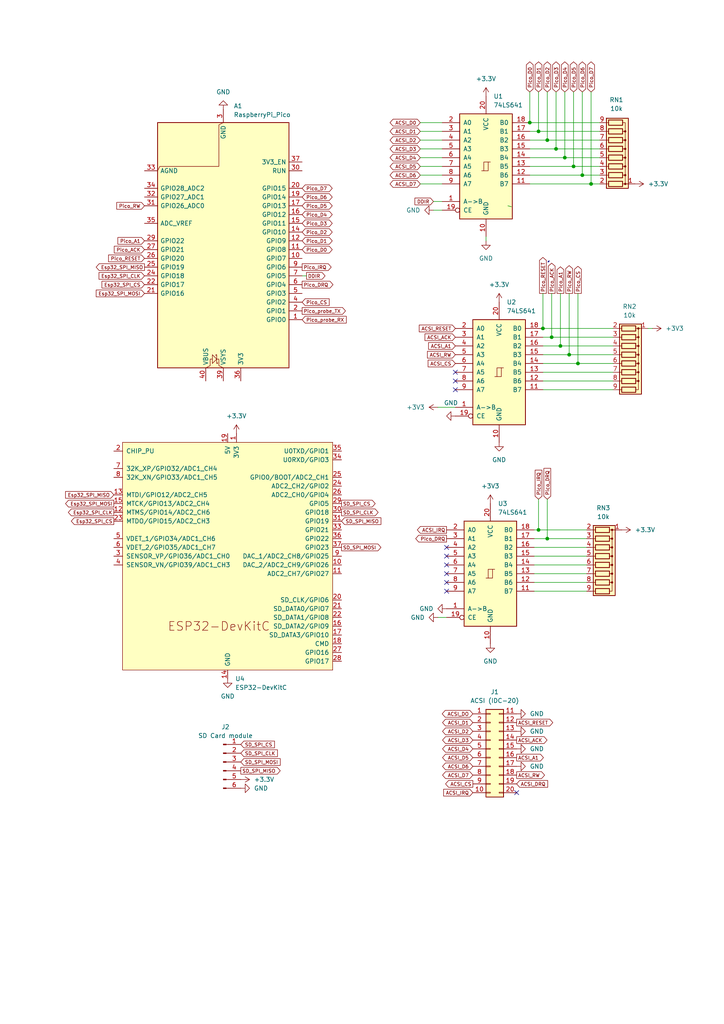
<source format=kicad_sch>
(kicad_sch (version 20231120) (generator "eeschema") (generator_version "8.0")
  (paper "A4" portrait)
  (title_block (title "Fujinet Atari 16 bit rev0") (date "2024-10-13") (rev "0"))
  (lib_symbols
    (symbol "74xx:74LS245" (pin_names (offset 1.016))
      (property "Reference" "U" (at -7.62 16.51 0))
      (property "Value" "74LS245" (at -7.62 -16.51 0))
      (symbol "74LS245_1_0"
        (polyline (pts (xy -0.635 -1.27) (xy -0.635 1.27) (xy 0.635 1.27)))
        (polyline (pts (xy -1.27 -1.27) (xy 0.635 -1.27) (xy 0.635 1.27) (xy 1.27 1.27)))
        (pin input line (at -12.7 -10.16 0) (length 5.08) (name "A->B") (number "1"))
        (pin power_in line (at 0 -20.32 90) (length 5.08) (name "GND") (number "10"))
        (pin tri_state line (at 12.7 -5.08 180) (length 5.08) (name "B7") (number "11"))
        (pin tri_state line (at 12.7 -2.54 180) (length 5.08) (name "B6") (number "12"))
        (pin tri_state line (at 12.7 0 180) (length 5.08) (name "B5") (number "13"))
        (pin tri_state line (at 12.7 2.54 180) (length 5.08) (name "B4") (number "14"))
        (pin tri_state line (at 12.7 5.08 180) (length 5.08) (name "B3") (number "15"))
        (pin tri_state line (at 12.7 7.62 180) (length 5.08) (name "B2") (number "16"))
        (pin tri_state line (at 12.7 10.16 180) (length 5.08) (name "B1") (number "17"))
        (pin tri_state line (at 12.7 12.7 180) (length 5.08) (name "B0") (number "18"))
        (pin input inverted (at -12.7 -12.7 0) (length 5.08) (name "CE") (number "19"))
        (pin tri_state line (at -12.7 12.7 0) (length 5.08) (name "A0") (number "2"))
        (pin power_in line (at 0 20.32 270) (length 5.08) (name "VCC") (number "20"))
        (pin tri_state line (at -12.7 10.16 0) (length 5.08) (name "A1") (number "3"))
        (pin tri_state line (at -12.7 7.62 0) (length 5.08) (name "A2") (number "4"))
        (pin tri_state line (at -12.7 5.08 0) (length 5.08) (name "A3") (number "5"))
        (pin tri_state line (at -12.7 2.54 0) (length 5.08) (name "A4") (number "6"))
        (pin tri_state line (at -12.7 0 0) (length 5.08) (name "A5") (number "7"))
        (pin tri_state line (at -12.7 -2.54 0) (length 5.08) (name "A6") (number "8"))
        (pin tri_state line (at -12.7 -5.08 0) (length 5.08) (name "A7") (number "9"))
      )
      (symbol "74LS245_1_1"
        (rectangle (start -7.62 15.24) (end 7.62 -15.24) (stroke (width 0.254)) (fill (type background)))
      )
    )
    (symbol "Connector:Conn_01x06_Pin" (pin_names (offset 1.016) hide)
      (property "Reference" "J" (at 0 7.62 0))
      (property "Value" "Conn_01x06_Pin" (at 0 -10.16 0))
      (symbol "Conn_01x06_Pin_1_1"
        (polyline (pts (xy 1.27 -7.62) (xy 0.8636 -7.62)) (stroke (width 0.1524)))
        (polyline (pts (xy 1.27 -5.08) (xy 0.8636 -5.08)) (stroke (width 0.1524)))
        (polyline (pts (xy 1.27 -2.54) (xy 0.8636 -2.54)) (stroke (width 0.1524)))
        (polyline (pts (xy 1.27 0) (xy 0.8636 0)) (stroke (width 0.1524)))
        (polyline (pts (xy 1.27 2.54) (xy 0.8636 2.54)) (stroke (width 0.1524)))
        (polyline (pts (xy 1.27 5.08) (xy 0.8636 5.08)) (stroke (width 0.1524)))
        (rectangle (start 0.8636 -7.493) (end 0 -7.747) (stroke (width 0.1524)) (fill (type outline)))
        (rectangle (start 0.8636 -4.953) (end 0 -5.207) (stroke (width 0.1524)) (fill (type outline)))
        (rectangle (start 0.8636 -2.413) (end 0 -2.667) (stroke (width 0.1524)) (fill (type outline)))
        (rectangle (start 0.8636 0.127) (end 0 -0.127) (stroke (width 0.1524)) (fill (type outline)))
        (rectangle (start 0.8636 2.667) (end 0 2.413) (stroke (width 0.1524)) (fill (type outline)))
        (rectangle (start 0.8636 5.207) (end 0 4.953) (stroke (width 0.1524)) (fill (type outline)))
        (pin passive line (at 5.08 5.08 180) (length 3.81) (name "Pin_1") (number "1"))
        (pin passive line (at 5.08 2.54 180) (length 3.81) (name "Pin_2") (number "2"))
        (pin passive line (at 5.08 0 180) (length 3.81) (name "Pin_3") (number "3"))
        (pin passive line (at 5.08 -2.54 180) (length 3.81) (name "Pin_4") (number "4"))
        (pin passive line (at 5.08 -5.08 180) (length 3.81) (name "Pin_5") (number "5"))
        (pin passive line (at 5.08 -7.62 180) (length 3.81) (name "Pin_6") (number "6"))
      )
    )
    (symbol "Connector_Generic:Conn_02x10_Top_Bottom" (pin_names (offset 1.016) hide)
      (property "Reference" "J" (at 1.27 12.7 0))
      (property "Value" "Conn_02x10_Top_Bottom" (at 1.27 -15.24 0))
      (symbol "Conn_02x10_Top_Bottom_1_1"
        (rectangle (start -1.27 -12.573) (end 0 -12.827) (stroke (width 0.1524)))
        (rectangle (start -1.27 -10.033) (end 0 -10.287) (stroke (width 0.1524)))
        (rectangle (start -1.27 -7.493) (end 0 -7.747) (stroke (width 0.1524)))
        (rectangle (start -1.27 -4.953) (end 0 -5.207) (stroke (width 0.1524)))
        (rectangle (start -1.27 -2.413) (end 0 -2.667) (stroke (width 0.1524)))
        (rectangle (start -1.27 0.127) (end 0 -0.127) (stroke (width 0.1524)))
        (rectangle (start -1.27 2.667) (end 0 2.413) (stroke (width 0.1524)))
        (rectangle (start -1.27 5.207) (end 0 4.953) (stroke (width 0.1524)))
        (rectangle (start -1.27 7.747) (end 0 7.493) (stroke (width 0.1524)))
        (rectangle (start -1.27 10.287) (end 0 10.033) (stroke (width 0.1524)))
        (rectangle (start -1.27 11.43) (end 3.81 -13.97) (stroke (width 0.254)) (fill (type background)))
        (rectangle (start 3.81 -12.573) (end 2.54 -12.827) (stroke (width 0.1524)))
        (rectangle (start 3.81 -10.033) (end 2.54 -10.287) (stroke (width 0.1524)))
        (rectangle (start 3.81 -7.493) (end 2.54 -7.747) (stroke (width 0.1524)))
        (rectangle (start 3.81 -4.953) (end 2.54 -5.207) (stroke (width 0.1524)))
        (rectangle (start 3.81 -2.413) (end 2.54 -2.667) (stroke (width 0.1524)))
        (rectangle (start 3.81 0.127) (end 2.54 -0.127) (stroke (width 0.1524)))
        (rectangle (start 3.81 2.667) (end 2.54 2.413) (stroke (width 0.1524)))
        (rectangle (start 3.81 5.207) (end 2.54 4.953) (stroke (width 0.1524)))
        (rectangle (start 3.81 7.747) (end 2.54 7.493) (stroke (width 0.1524)))
        (rectangle (start 3.81 10.287) (end 2.54 10.033) (stroke (width 0.1524)))
        (pin passive line (at -5.08 10.16 0) (length 3.81) (name "Pin_1") (number "1"))
        (pin passive line (at -5.08 -12.7 0) (length 3.81) (name "Pin_10") (number "10"))
        (pin passive line (at 7.62 10.16 180) (length 3.81) (name "Pin_11") (number "11"))
        (pin passive line (at 7.62 7.62 180) (length 3.81) (name "Pin_12") (number "12"))
        (pin passive line (at 7.62 5.08 180) (length 3.81) (name "Pin_13") (number "13"))
        (pin passive line (at 7.62 2.54 180) (length 3.81) (name "Pin_14") (number "14"))
        (pin passive line (at 7.62 0 180) (length 3.81) (name "Pin_15") (number "15"))
        (pin passive line (at 7.62 -2.54 180) (length 3.81) (name "Pin_16") (number "16"))
        (pin passive line (at 7.62 -5.08 180) (length 3.81) (name "Pin_17") (number "17"))
        (pin passive line (at 7.62 -7.62 180) (length 3.81) (name "Pin_18") (number "18"))
        (pin passive line (at 7.62 -10.16 180) (length 3.81) (name "Pin_19") (number "19"))
        (pin passive line (at -5.08 7.62 0) (length 3.81) (name "Pin_2") (number "2"))
        (pin passive line (at 7.62 -12.7 180) (length 3.81) (name "Pin_20") (number "20"))
        (pin passive line (at -5.08 5.08 0) (length 3.81) (name "Pin_3") (number "3"))
        (pin passive line (at -5.08 2.54 0) (length 3.81) (name "Pin_4") (number "4"))
        (pin passive line (at -5.08 0 0) (length 3.81) (name "Pin_5") (number "5"))
        (pin passive line (at -5.08 -2.54 0) (length 3.81) (name "Pin_6") (number "6"))
        (pin passive line (at -5.08 -5.08 0) (length 3.81) (name "Pin_7") (number "7"))
        (pin passive line (at -5.08 -7.62 0) (length 3.81) (name "Pin_8") (number "8"))
        (pin passive line (at -5.08 -10.16 0) (length 3.81) (name "Pin_9") (number "9"))
      )
    )
    (symbol "Device:R_Network08" (pin_names (offset 0) hide)
      (property "Reference" "RN" (at -12.7 0 90))
      (property "Value" "R_Network08" (at 10.16 0 90))
      (symbol "R_Network08_0_1"
        (rectangle (start -11.43 -3.175) (end 8.89 3.175) (stroke (width 0.254)) (fill (type background)))
        (rectangle (start -10.922 1.524) (end -9.398 -2.54) (stroke (width 0.254)))
        (circle (center -10.16 2.286) (radius 0.254) (fill (type outline)))
        (rectangle (start -8.382 1.524) (end -6.858 -2.54) (stroke (width 0.254)))
        (circle (center -7.62 2.286) (radius 0.254) (fill (type outline)))
        (rectangle (start -5.842 1.524) (end -4.318 -2.54) (stroke (width 0.254)))
        (circle (center -5.08 2.286) (radius 0.254) (fill (type outline)))
        (rectangle (start -3.302 1.524) (end -1.778 -2.54) (stroke (width 0.254)))
        (circle (center -2.54 2.286) (radius 0.254) (fill (type outline)))
        (rectangle (start -0.762 1.524) (end 0.762 -2.54) (stroke (width 0.254)))
        (polyline (pts (xy -10.16 -2.54) (xy -10.16 -3.81)))
        (polyline (pts (xy -7.62 -2.54) (xy -7.62 -3.81)))
        (polyline (pts (xy -5.08 -2.54) (xy -5.08 -3.81)))
        (polyline (pts (xy -2.54 -2.54) (xy -2.54 -3.81)))
        (polyline (pts (xy 0 -2.54) (xy 0 -3.81)))
        (polyline (pts (xy 2.54 -2.54) (xy 2.54 -3.81)))
        (polyline (pts (xy 5.08 -2.54) (xy 5.08 -3.81)))
        (polyline (pts (xy 7.62 -2.54) (xy 7.62 -3.81)))
        (polyline (pts (xy -10.16 1.524) (xy -10.16 2.286) (xy -7.62 2.286) (xy -7.62 1.524)))
        (polyline (pts (xy -7.62 1.524) (xy -7.62 2.286) (xy -5.08 2.286) (xy -5.08 1.524)))
        (polyline (pts (xy -5.08 1.524) (xy -5.08 2.286) (xy -2.54 2.286) (xy -2.54 1.524)))
        (polyline (pts (xy -2.54 1.524) (xy -2.54 2.286) (xy 0 2.286) (xy 0 1.524)))
        (polyline (pts (xy 0 1.524) (xy 0 2.286) (xy 2.54 2.286) (xy 2.54 1.524)))
        (polyline (pts (xy 2.54 1.524) (xy 2.54 2.286) (xy 5.08 2.286) (xy 5.08 1.524)))
        (polyline (pts (xy 5.08 1.524) (xy 5.08 2.286) (xy 7.62 2.286) (xy 7.62 1.524)))
        (circle (center 0 2.286) (radius 0.254) (fill (type outline)))
        (rectangle (start 1.778 1.524) (end 3.302 -2.54) (stroke (width 0.254)))
        (circle (center 2.54 2.286) (radius 0.254) (fill (type outline)))
        (rectangle (start 4.318 1.524) (end 5.842 -2.54) (stroke (width 0.254)))
        (circle (center 5.08 2.286) (radius 0.254) (fill (type outline)))
        (rectangle (start 6.858 1.524) (end 8.382 -2.54) (stroke (width 0.254)))
      )
      (symbol "R_Network08_1_1"
        (pin passive line (at -10.16 5.08 270) (length 2.54) (name "common") (number "1"))
        (pin passive line (at -10.16 -5.08 90) (length 1.27) (name "R1") (number "2"))
        (pin passive line (at -7.62 -5.08 90) (length 1.27) (name "R2") (number "3"))
        (pin passive line (at -5.08 -5.08 90) (length 1.27) (name "R3") (number "4"))
        (pin passive line (at -2.54 -5.08 90) (length 1.27) (name "R4") (number "5"))
        (pin passive line (at 0 -5.08 90) (length 1.27) (name "R5") (number "6"))
        (pin passive line (at 2.54 -5.08 90) (length 1.27) (name "R6") (number "7"))
        (pin passive line (at 5.08 -5.08 90) (length 1.27) (name "R7") (number "8"))
        (pin passive line (at 7.62 -5.08 90) (length 1.27) (name "R8") (number "9"))
      )
    )
    (symbol "esp32:ESP32-DevKitC" (pin_names (offset 1.016))
      (property "Reference" "U" (at -30.48 38.1 0))
      (property "Value" "ESP32-DevKitC" (at -30.48 35.56 0))
      (symbol "ESP32-DevKitC_0_0"
        (text "ESP32-DevKitC" (at -2.54 -20.32 0) (effects (font (size 2.54 2.54))))
        (pin power_in line (at 0 -35.56 90) (length 2.54) (name "GND") (number "14"))
        (pin power_in line (at 0 35.56 270) (length 2.54) (name "5V") (number "19"))
      )
      (symbol "ESP32-DevKitC_0_1"
        (rectangle (start -30.48 33.02) (end 30.48 -33.02) (fill (type background)))
      )
      (symbol "ESP32-DevKitC_1_1"
        (pin power_in line (at 2.54 35.56 270) (length 2.54) (name "3V3") (number "1"))
        (pin bidirectional line (at 33.02 -2.54 180) (length 2.54) (name "DAC_2/ADC2_CH9/GPIO26") (number "10"))
        (pin bidirectional line (at 33.02 -5.08 180) (length 2.54) (name "ADC2_CH7/GPIO27") (number "11"))
        (pin bidirectional line (at -33.02 12.7 0) (length 2.54) (name "MTMS/GPIO14/ADC2_CH6") (number "12"))
        (pin bidirectional line (at -33.02 17.78 0) (length 2.54) (name "MTDI/GPIO12/ADC2_CH5") (number "13"))
        (pin bidirectional line (at -33.02 15.24 0) (length 2.54) (name "MTCK/GPIO13/ADC2_CH4") (number "15"))
        (pin bidirectional line (at 33.02 -20.32 180) (length 2.54) (name "SD_DATA2/GPIO9") (number "16"))
        (pin bidirectional line (at 33.02 -22.86 180) (length 2.54) (name "SD_DATA3/GPIO10") (number "17"))
        (pin bidirectional line (at 33.02 -25.4 180) (length 2.54) (name "CMD") (number "18"))
        (pin input line (at -33.02 30.48 0) (length 2.54) (name "CHIP_PU") (number "2"))
        (pin bidirectional line (at 33.02 -12.7 180) (length 2.54) (name "SD_CLK/GPIO6") (number "20"))
        (pin bidirectional line (at 33.02 -15.24 180) (length 2.54) (name "SD_DATA0/GPIO7") (number "21"))
        (pin bidirectional line (at 33.02 -17.78 180) (length 2.54) (name "SD_DATA1/GPIO8") (number "22"))
        (pin bidirectional line (at -33.02 10.16 0) (length 2.54) (name "MTDO/GPIO15/ADC2_CH3") (number "23"))
        (pin bidirectional line (at 33.02 20.32 180) (length 2.54) (name "ADC2_CH2/GPIO2") (number "24"))
        (pin bidirectional line (at 33.02 22.86 180) (length 2.54) (name "GPIO0/BOOT/ADC2_CH1") (number "25"))
        (pin bidirectional line (at 33.02 17.78 180) (length 2.54) (name "ADC2_CH0/GPIO4") (number "26"))
        (pin bidirectional line (at 33.02 -27.94 180) (length 2.54) (name "GPIO16") (number "27"))
        (pin bidirectional line (at 33.02 -30.48 180) (length 2.54) (name "GPIO17") (number "28"))
        (pin bidirectional line (at 33.02 15.24 180) (length 2.54) (name "GPIO5") (number "29"))
        (pin input line (at -33.02 0 0) (length 2.54) (name "SENSOR_VP/GPIO36/ADC1_CH0") (number "3"))
        (pin bidirectional line (at 33.02 12.7 180) (length 2.54) (name "GPIO18") (number "30"))
        (pin bidirectional line (at 33.02 10.16 180) (length 2.54) (name "GPIO19") (number "31"))
        (pin passive line (at 0 -35.56 90) (length 2.54) hide (name "GND") (number "32"))
        (pin bidirectional line (at 33.02 7.62 180) (length 2.54) (name "GPIO21") (number "33"))
        (pin bidirectional line (at 33.02 27.94 180) (length 2.54) (name "U0RXD/GPIO3") (number "34"))
        (pin bidirectional line (at 33.02 30.48 180) (length 2.54) (name "U0TXD/GPIO1") (number "35"))
        (pin bidirectional line (at 33.02 5.08 180) (length 2.54) (name "GPIO22") (number "36"))
        (pin bidirectional line (at 33.02 2.54 180) (length 2.54) (name "GPIO23") (number "37"))
        (pin passive line (at 0 -35.56 90) (length 2.54) hide (name "GND") (number "38"))
        (pin input line (at -33.02 -2.54 0) (length 2.54) (name "SENSOR_VN/GPIO39/ADC1_CH3") (number "4"))
        (pin input line (at -33.02 5.08 0) (length 2.54) (name "VDET_1/GPIO34/ADC1_CH6") (number "5"))
        (pin input line (at -33.02 2.54 0) (length 2.54) (name "VDET_2/GPIO35/ADC1_CH7") (number "6"))
        (pin bidirectional line (at -33.02 25.4 0) (length 2.54) (name "32K_XP/GPIO32/ADC1_CH4") (number "7"))
        (pin bidirectional line (at -33.02 22.86 0) (length 2.54) (name "32K_XN/GPIO33/ADC1_CH5") (number "8"))
        (pin bidirectional line (at 33.02 0 180) (length 2.54) (name "DAC_1/ADC2_CH8/GPIO25") (number "9"))
      )
    )
    (symbol "pi_pico:RaspberryPi_Pico" (pin_names (offset 0.762))
      (property "Reference" "A" (at -19.05 38.1 0))
      (property "Value" "RaspberryPi_Pico" (at 7.62 38.1 0))
      (symbol "RaspberryPi_Pico_0_1"
        (rectangle (start -19.05 36.83) (end 19.05 -34.29) (stroke (width 0.254)) (fill (type background)))
        (polyline (pts (xy 0 36.83) (xy 1.27 36.195) (xy 1.27 34.29) (xy 1.905 34.29)))
        (polyline (pts (xy 1.905 34.29) (xy 3.175 35.56) (xy 3.175 33.02) (xy 1.905 34.29)))
        (polyline (pts (xy 5.08 36.83) (xy 3.81 36.195) (xy 3.81 34.29) (xy 3.175 34.29)))
        (polyline (pts (xy 0 -34.29) (xy 1.27 -33.655) (xy 1.27 -21.59) (xy 18.415 -21.59) (xy 19.05 -20.32)))
        (polyline (pts (xy 1.651 35.306) (xy 1.651 35.56) (xy 1.905 35.56) (xy 1.905 33.02) (xy 2.159 33.02) (xy 2.159 33.274)))
      )
      (symbol "RaspberryPi_Pico_1_1"
        (pin bidirectional line (at -22.86 22.86 0) (length 3.81) (name "GPIO0") (number "1"))
        (pin bidirectional line (at -22.86 5.08 0) (length 3.81) (name "GPIO7") (number "10"))
        (pin bidirectional line (at -22.86 2.54 0) (length 3.81) (name "GPIO8") (number "11"))
        (pin bidirectional line (at -22.86 0 0) (length 3.81) (name "GPIO9") (number "12"))
        (pin passive line (at 0 -38.1 90) (length 3.81) hide (name "GND") (number "13"))
        (pin bidirectional line (at -22.86 -2.54 0) (length 3.81) (name "GPIO10") (number "14"))
        (pin bidirectional line (at -22.86 -5.08 0) (length 3.81) (name "GPIO11") (number "15"))
        (pin bidirectional line (at -22.86 -7.62 0) (length 3.81) (name "GPIO12") (number "16"))
        (pin bidirectional line (at -22.86 -10.16 0) (length 3.81) (name "GPIO13") (number "17"))
        (pin passive line (at 0 -38.1 90) (length 3.81) hide (name "GND") (number "18"))
        (pin bidirectional line (at -22.86 -12.7 0) (length 3.81) (name "GPIO14") (number "19"))
        (pin bidirectional line (at -22.86 20.32 0) (length 3.81) (name "GPIO1") (number "2"))
        (pin bidirectional line (at -22.86 -15.24 0) (length 3.81) (name "GPIO15") (number "20"))
        (pin bidirectional line (at 22.86 15.24 180) (length 3.81) (name "GPIO16") (number "21"))
        (pin bidirectional line (at 22.86 12.7 180) (length 3.81) (name "GPIO17") (number "22"))
        (pin passive line (at 0 -38.1 90) (length 3.81) hide (name "GND") (number "23"))
        (pin bidirectional line (at 22.86 10.16 180) (length 3.81) (name "GPIO18") (number "24"))
        (pin bidirectional line (at 22.86 7.62 180) (length 3.81) (name "GPIO19") (number "25"))
        (pin bidirectional line (at 22.86 5.08 180) (length 3.81) (name "GPIO20") (number "26"))
        (pin bidirectional line (at 22.86 2.54 180) (length 3.81) (name "GPIO21") (number "27"))
        (pin passive line (at 0 -38.1 90) (length 3.81) hide (name "GND") (number "28"))
        (pin bidirectional line (at 22.86 0 180) (length 3.81) (name "GPIO22") (number "29"))
        (pin power_out line (at 0 -38.1 90) (length 3.81) (name "GND") (number "3"))
        (pin input line (at -22.86 -20.32 0) (length 3.81) (name "RUN") (number "30"))
        (pin bidirectional line (at 22.86 -10.16 180) (length 3.81) (name "GPIO26_ADC0") (number "31"))
        (pin bidirectional line (at 22.86 -12.7 180) (length 3.81) (name "GPIO27_ADC1") (number "32"))
        (pin power_out line (at 22.86 -20.32 180) (length 3.81) (name "AGND") (number "33"))
        (pin bidirectional line (at 22.86 -15.24 180) (length 3.81) (name "GPIO28_ADC2") (number "34"))
        (pin power_in line (at 22.86 -5.08 180) (length 3.81) (name "ADC_VREF") (number "35"))
        (pin power_out line (at -5.08 40.64 270) (length 3.81) (name "3V3") (number "36"))
        (pin input line (at -22.86 -22.86 0) (length 3.81) (name "3V3_EN") (number "37"))
        (pin passive line (at 0 -38.1 90) (length 3.81) hide (name "GND") (number "38"))
        (pin power_in line (at 0 40.64 270) (length 3.81) (name "VSYS") (number "39"))
        (pin bidirectional line (at -22.86 17.78 0) (length 3.81) (name "GPIO2") (number "4"))
        (pin power_out line (at 5.08 40.64 270) (length 3.81) (name "VBUS") (number "40"))
        (pin bidirectional line (at -22.86 15.24 0) (length 3.81) (name "GPIO3") (number "5"))
        (pin bidirectional line (at -22.86 12.7 0) (length 3.81) (name "GPIO4") (number "6"))
        (pin bidirectional line (at -22.86 10.16 0) (length 3.81) (name "GPIO5") (number "7"))
        (pin passive line (at 0 -38.1 90) (length 3.81) hide (name "GND") (number "8"))
        (pin bidirectional line (at -22.86 7.62 0) (length 3.81) (name "GPIO6") (number "9"))
      )
    )
    (symbol "power:+3.3V" (power) (pin_numbers hide) (pin_names (offset 0) hide)
      (property "Value" "+3.3V" (at 0 3.556 0))
      (symbol "+3.3V_0_1"
        (polyline (pts (xy -0.762 1.27) (xy 0 2.54)))
        (polyline (pts (xy 0 0) (xy 0 2.54)))
        (polyline (pts (xy 0 2.54) (xy 0.762 1.27)))
      )
      (symbol "+3.3V_1_1"
        (pin power_in line (at 0 0 90) (length 0) (name "~") (number "1"))
      )
    )
    (symbol "power:+3V3" (power) (pin_numbers hide) (pin_names (offset 0) hide)
      (property "Value" "+3V3" (at 0 3.556 0))
      (symbol "+3V3_0_1"
        (polyline (pts (xy -0.762 1.27) (xy 0 2.54)))
        (polyline (pts (xy 0 0) (xy 0 2.54)))
        (polyline (pts (xy 0 2.54) (xy 0.762 1.27)))
      )
      (symbol "+3V3_1_1"
        (pin power_in line (at 0 0 90) (length 0) (name "~") (number "1"))
      )
    )
    (symbol "power:GND" (power) (pin_numbers hide) (pin_names (offset 0) hide)
      (property "Value" "GND" (at 0 -3.81 0))
      (symbol "GND_0_1"
        (polyline (pts (xy 0 0) (xy 0 -1.27) (xy 1.27 -1.27) (xy 0 -2.54) (xy -1.27 -1.27) (xy 0 -1.27)))
      )
      (symbol "GND_1_1"
        (pin power_in line (at 0 0 270) (length 0) (name "~") (number "1"))
      )
    )
  )
  (junction (at 168.91 50.8))
  (junction (at 156.21 38.1))
  (junction (at 160.02 97.79))
  (junction (at 158.75 40.64))
  (junction (at 165.1 102.87))
  (junction (at 153.67 35.56))
  (junction (at 167.64 105.41))
  (junction (at 162.56 100.33))
  (junction (at 156.21 153.67))
  (junction (at 161.29 43.18))
  (junction (at 171.45 53.34))
  (junction (at 157.48 95.25))
  (junction (at 166.37 48.26))
  (junction (at 158.75 156.21))
  (junction (at 163.83 45.72))
  (no_connect (at 129.54 166.37))
  (no_connect (at 129.54 168.91))
  (no_connect (at 132.08 113.03))
  (no_connect (at 149.86 229.87))
  (no_connect (at 129.54 161.29))
  (no_connect (at 132.08 107.95))
  (no_connect (at 129.54 158.75))
  (no_connect (at 129.54 163.83))
  (no_connect (at 129.54 171.45))
  (no_connect (at 132.08 110.49))
  (wire (pts (xy 157.48 110.49) (xy 177.8 110.49)))
  (wire (pts (xy 162.56 85.09) (xy 162.56 100.33)))
  (wire (pts (xy 153.67 50.8) (xy 168.91 50.8)))
  (wire (pts (xy 154.94 168.91) (xy 170.18 168.91)))
  (wire (pts (xy 161.29 26.67) (xy 161.29 43.18)))
  (wire (pts (xy 158.75 26.67) (xy 158.75 40.64)))
  (wire (pts (xy 161.29 43.18) (xy 173.99 43.18)))
  (wire (pts (xy 157.48 100.33) (xy 162.56 100.33)))
  (wire (pts (xy 128.27 60.96) (xy 125.73 60.96)))
  (wire (pts (xy 157.48 105.41) (xy 167.64 105.41)))
  (wire (pts (xy 157.48 85.09) (xy 157.48 95.25)))
  (wire (pts (xy 156.21 38.1) (xy 173.99 38.1)))
  (bus (pts (xy 159.004 75.946) (xy 159.258 75.692)))
  (wire (pts (xy 158.75 156.21) (xy 170.18 156.21)))
  (wire (pts (xy 171.45 26.67) (xy 171.45 53.34)))
  (wire (pts (xy 125.73 58.42) (xy 128.27 58.42)))
  (wire (pts (xy 154.94 171.45) (xy 170.18 171.45)))
  (wire (pts (xy 140.97 69.85) (xy 140.97 68.58)))
  (wire (pts (xy 154.94 158.75) (xy 170.18 158.75)))
  (wire (pts (xy 129.54 179.07) (xy 127 179.07)))
  (wire (pts (xy 163.83 45.72) (xy 173.99 45.72)))
  (wire (pts (xy 121.92 48.26) (xy 128.27 48.26)))
  (wire (pts (xy 153.67 43.18) (xy 161.29 43.18)))
  (wire (pts (xy 168.91 26.67) (xy 168.91 50.8)))
  (wire (pts (xy 148.336 59.944) (xy 147.32 59.69)))
  (wire (pts (xy 166.37 48.26) (xy 173.99 48.26)))
  (wire (pts (xy 154.94 166.37) (xy 170.18 166.37)))
  (wire (pts (xy 158.75 144.78) (xy 158.75 156.21)))
  (wire (pts (xy 121.92 43.18) (xy 128.27 43.18)))
  (wire (pts (xy 157.48 113.03) (xy 177.8 113.03)))
  (wire (pts (xy 167.64 85.09) (xy 167.64 105.41)))
  (wire (pts (xy 168.91 50.8) (xy 173.99 50.8)))
  (wire (pts (xy 160.02 97.79) (xy 177.8 97.79)))
  (wire (pts (xy 160.02 85.09) (xy 160.02 97.79)))
  (wire (pts (xy 121.92 45.72) (xy 128.27 45.72)))
  (wire (pts (xy 166.37 26.67) (xy 166.37 48.26)))
  (wire (pts (xy 121.92 35.56) (xy 128.27 35.56)))
  (wire (pts (xy 157.48 107.95) (xy 177.8 107.95)))
  (wire (pts (xy 156.21 26.67) (xy 156.21 38.1)))
  (wire (pts (xy 153.67 53.34) (xy 171.45 53.34)))
  (wire (pts (xy 121.92 40.64) (xy 128.27 40.64)))
  (wire (pts (xy 187.96 95.25) (xy 189.23 95.25)))
  (wire (pts (xy 163.83 26.67) (xy 163.83 45.72)))
  (wire (pts (xy 158.75 40.64) (xy 173.99 40.64)))
  (wire (pts (xy 153.67 48.26) (xy 166.37 48.26)))
  (wire (pts (xy 162.56 100.33) (xy 177.8 100.33)))
  (wire (pts (xy 154.94 161.29) (xy 170.18 161.29)))
  (wire (pts (xy 156.21 153.67) (xy 170.18 153.67)))
  (wire (pts (xy 153.67 35.56) (xy 173.99 35.56)))
  (wire (pts (xy 121.92 53.34) (xy 128.27 53.34)))
  (wire (pts (xy 154.94 153.67) (xy 156.21 153.67)))
  (wire (pts (xy 153.67 45.72) (xy 163.83 45.72)))
  (wire (pts (xy 157.48 102.87) (xy 165.1 102.87)))
  (wire (pts (xy 157.48 97.79) (xy 160.02 97.79)))
  (wire (pts (xy 88.9 80.01) (xy 87.63 80.01)))
  (wire (pts (xy 165.1 102.87) (xy 177.8 102.87)))
  (wire (pts (xy 167.64 105.41) (xy 177.8 105.41)))
  (wire (pts (xy 153.67 38.1) (xy 156.21 38.1)))
  (wire (pts (xy 153.67 26.67) (xy 153.67 35.56)))
  (wire (pts (xy 153.67 40.64) (xy 158.75 40.64)))
  (wire (pts (xy 154.94 156.21) (xy 158.75 156.21)))
  (wire (pts (xy 171.45 53.34) (xy 173.99 53.34)))
  (wire (pts (xy 154.94 163.83) (xy 170.18 163.83)))
  (wire (pts (xy 157.48 95.25) (xy 177.8 95.25)))
  (wire (pts (xy 156.21 144.78) (xy 156.21 153.67)))
  (wire (pts (xy 127 118.11) (xy 132.08 118.11)))
  (wire (pts (xy 165.1 85.09) (xy 165.1 102.87)))
  (wire (pts (xy 121.92 50.8) (xy 128.27 50.8)))
  (wire (pts (xy 121.92 38.1) (xy 128.27 38.1)))
  (global_label "Pico_probe_RX" (shape input) (at 87.63 92.71 0) (effects (font (size 1 1))) (property "Intersheetrefs" "${INTERSHEET_REFS}" (effects (hide yes))))
  (global_label "SD_SPI_CS" (shape input) (at 69.85 215.9 0) (effects (font (size 1 1))) (property "Intersheetrefs" "${INTERSHEET_REFS}" (effects (hide yes))))
  (global_label "Pico_RESET" (shape input) (at 41.91 74.93 180) (effects (font (size 1 1))) (property "Intersheetrefs" "${INTERSHEET_REFS}" (effects (hide yes))))
  (global_label "ACSI_RESET" (shape input) (at 132.08 95.25 180) (effects (font (size 1 1))) (property "Intersheetrefs" "${INTERSHEET_REFS}" (effects (hide yes))))
  (global_label "Pico_D6" (shape bidirectional) (at 87.63 57.15 0) (effects (font (size 1 1))) (property "Intersheetrefs" "${INTERSHEET_REFS}" (effects (hide yes))))
  (global_label "Pico_probe_TX" (shape output) (at 87.63 90.17 0) (effects (font (size 1 1))) (property "Intersheetrefs" "${INTERSHEET_REFS}" (effects (hide yes))))
  (global_label "ACSI_RW" (shape input) (at 132.08 102.87 180) (effects (font (size 1 1))) (property "Intersheetrefs" "${INTERSHEET_REFS}" (effects (hide yes))))
  (global_label "ACSI_D1" (shape bidirectional) (at 137.16 209.55 180) (effects (font (size 1 1))) (property "Intersheetrefs" "${INTERSHEET_REFS}" (effects (hide yes))))
  (global_label "ACSI_D4" (shape bidirectional) (at 121.92 45.72 180) (effects (font (size 1 1))) (property "Intersheetrefs" "${INTERSHEET_REFS}" (effects (hide yes))))
  (global_label "Pico_A1" (shape output) (at 162.56 85.09 90) (effects (font (size 1 1))) (property "Intersheetrefs" "${INTERSHEET_REFS}" (effects (hide yes))))
  (global_label "SD_SPI_CS" (shape output) (at 99.06 146.05 0) (effects (font (size 1 1))) (property "Intersheetrefs" "${INTERSHEET_REFS}" (effects (hide yes))))
  (global_label "Esp32_SPI_MOSI" (shape output) (at 33.02 146.05 180) (effects (font (size 1 1))) (property "Intersheetrefs" "${INTERSHEET_REFS}" (effects (hide yes))))
  (global_label "Pico_D7" (shape bidirectional) (at 87.63 54.61 0) (effects (font (size 1 1))) (property "Intersheetrefs" "${INTERSHEET_REFS}" (effects (hide yes))))
  (global_label "ACSI_D6" (shape bidirectional) (at 121.92 50.8 180) (effects (font (size 1 1))) (property "Intersheetrefs" "${INTERSHEET_REFS}" (effects (hide yes))))
  (global_label "Pico_D7" (shape bidirectional) (at 171.45 26.67 90) (effects (font (size 1 1))) (property "Intersheetrefs" "${INTERSHEET_REFS}" (effects (hide yes))))
  (global_label "ACSI_IRQ" (shape output) (at 129.54 153.67 180) (effects (font (size 1 1))) (property "Intersheetrefs" "${INTERSHEET_REFS}" (effects (hide yes))))
  (global_label "SD_SPI_CLK" (shape input) (at 69.85 218.44 0) (effects (font (size 1 1))) (property "Intersheetrefs" "${INTERSHEET_REFS}" (effects (hide yes))))
  (global_label "Pico_ACK" (shape output) (at 160.02 85.09 90) (effects (font (size 1 1))) (property "Intersheetrefs" "${INTERSHEET_REFS}" (effects (hide yes))))
  (global_label "ACSI_D6" (shape bidirectional) (at 137.16 222.25 180) (effects (font (size 1 1))) (property "Intersheetrefs" "${INTERSHEET_REFS}" (effects (hide yes))))
  (global_label "Pico_IRQ" (shape output) (at 87.63 77.47 0) (effects (font (size 1 1))) (property "Intersheetrefs" "${INTERSHEET_REFS}" (effects (hide yes))))
  (global_label "Pico_D0" (shape bidirectional) (at 153.67 26.67 90) (effects (font (size 1 1))) (property "Intersheetrefs" "${INTERSHEET_REFS}" (effects (hide yes))))
  (global_label "Esp32_SPI_MISO" (shape input) (at 33.02 143.51 180) (effects (font (size 1 1))) (property "Intersheetrefs" "${INTERSHEET_REFS}" (effects (hide yes))))
  (global_label "DDIR" (shape output) (at 88.9 80.01 0) (effects (font (size 1 1))) (property "Intersheetrefs" "${INTERSHEET_REFS}" (effects (hide yes))))
  (global_label "Pico_CS" (shape output) (at 167.64 85.09 90) (effects (font (size 1 1))) (property "Intersheetrefs" "${INTERSHEET_REFS}" (effects (hide yes))))
  (global_label "ACSI_ACK" (shape output) (at 149.86 214.63 0) (effects (font (size 1 1))) (property "Intersheetrefs" "${INTERSHEET_REFS}" (effects (hide yes))))
  (global_label "ACSI_D2" (shape bidirectional) (at 121.92 40.64 180) (effects (font (size 1 1))) (property "Intersheetrefs" "${INTERSHEET_REFS}" (effects (hide yes))))
  (global_label "Pico_D6" (shape bidirectional) (at 168.91 26.67 90) (effects (font (size 1 1))) (property "Intersheetrefs" "${INTERSHEET_REFS}" (effects (hide yes))))
  (global_label "Pico_RW" (shape output) (at 165.1 85.09 90) (effects (font (size 1 1))) (property "Intersheetrefs" "${INTERSHEET_REFS}" (effects (hide yes))))
  (global_label "Esp32_SPI_CLK" (shape input) (at 41.91 80.01 180) (effects (font (size 1 1))) (property "Intersheetrefs" "${INTERSHEET_REFS}" (effects (hide yes))))
  (global_label "Pico_D3" (shape bidirectional) (at 161.29 26.67 90) (effects (font (size 1 1))) (property "Intersheetrefs" "${INTERSHEET_REFS}" (effects (hide yes))))
  (global_label "Pico_D5" (shape bidirectional) (at 166.37 26.67 90) (effects (font (size 1 1))) (property "Intersheetrefs" "${INTERSHEET_REFS}" (effects (hide yes))))
  (global_label "Pico_DRQ" (shape input) (at 158.75 144.78 90) (effects (font (size 1 1))) (property "Intersheetrefs" "${INTERSHEET_REFS}" (effects (hide yes))))
  (global_label "SD_SPI_MOSI" (shape input) (at 69.85 220.98 0) (effects (font (size 1 1))) (property "Intersheetrefs" "${INTERSHEET_REFS}" (effects (hide yes))))
  (global_label "ACSI_D1" (shape bidirectional) (at 121.92 38.1 180) (effects (font (size 1 1))) (property "Intersheetrefs" "${INTERSHEET_REFS}" (effects (hide yes))))
  (global_label "ACSI_D5" (shape bidirectional) (at 121.92 48.26 180) (effects (font (size 1 1))) (property "Intersheetrefs" "${INTERSHEET_REFS}" (effects (hide yes))))
  (global_label "ACSI_D5" (shape bidirectional) (at 137.16 219.71 180) (effects (font (size 1 1))) (property "Intersheetrefs" "${INTERSHEET_REFS}" (effects (hide yes))))
  (global_label "Pico_D3" (shape bidirectional) (at 87.63 64.77 0) (effects (font (size 1 1))) (property "Intersheetrefs" "${INTERSHEET_REFS}" (effects (hide yes))))
  (global_label "Pico_A1" (shape input) (at 41.91 69.85 180) (effects (font (size 1 1))) (property "Intersheetrefs" "${INTERSHEET_REFS}" (effects (hide yes))))
  (global_label "Esp32_SPI_MOSI" (shape input) (at 41.91 85.09 180) (effects (font (size 1 1))) (property "Intersheetrefs" "${INTERSHEET_REFS}" (effects (hide yes))))
  (global_label "ACSI_RW" (shape output) (at 149.86 224.79 0) (effects (font (size 1 1))) (property "Intersheetrefs" "${INTERSHEET_REFS}" (effects (hide yes))))
  (global_label "SD_SPI_MOSI" (shape output) (at 99.06 158.75 0) (effects (font (size 1 1))) (property "Intersheetrefs" "${INTERSHEET_REFS}" (effects (hide yes))))
  (global_label "ACSI_IRQ" (shape input) (at 137.16 229.87 180) (effects (font (size 1 1))) (property "Intersheetrefs" "${INTERSHEET_REFS}" (effects (hide yes))))
  (global_label "Pico_D5" (shape bidirectional) (at 87.63 59.69 0) (effects (font (size 1 1))) (property "Intersheetrefs" "${INTERSHEET_REFS}" (effects (hide yes))))
  (global_label "SD_SPI_CLK" (shape output) (at 99.06 148.59 0) (effects (font (size 1 1))) (property "Intersheetrefs" "${INTERSHEET_REFS}" (effects (hide yes))))
  (global_label "ACSI_D4" (shape bidirectional) (at 137.16 217.17 180) (effects (font (size 1 1))) (property "Intersheetrefs" "${INTERSHEET_REFS}" (effects (hide yes))))
  (global_label "ACSI_RESET" (shape output) (at 149.86 209.55 0) (effects (font (size 1 1))) (property "Intersheetrefs" "${INTERSHEET_REFS}" (effects (hide yes))))
  (global_label "Pico_DRQ" (shape output) (at 129.54 156.21 180) (effects (font (size 1 1))) (property "Intersheetrefs" "${INTERSHEET_REFS}" (effects (hide yes))))
  (global_label "ACSI_A1" (shape output) (at 149.86 219.71 0) (effects (font (size 1 1))) (property "Intersheetrefs" "${INTERSHEET_REFS}" (effects (hide yes))))
  (global_label "Pico_IRQ" (shape input) (at 156.21 144.78 90) (effects (font (size 1 1))) (property "Intersheetrefs" "${INTERSHEET_REFS}" (effects (hide yes))))
  (global_label "ACSI_DO" (shape bidirectional) (at 137.16 207.01 180) (effects (font (size 1 1))) (property "Intersheetrefs" "${INTERSHEET_REFS}" (effects (hide yes))))
  (global_label "ACSI_CS" (shape input) (at 132.08 105.41 180) (effects (font (size 1 1))) (property "Intersheetrefs" "${INTERSHEET_REFS}" (effects (hide yes))))
  (global_label "SD_SPI_MISO" (shape input) (at 99.06 151.13 0) (effects (font (size 1 1))) (property "Intersheetrefs" "${INTERSHEET_REFS}" (effects (hide yes))))
  (global_label "Pico_D0" (shape bidirectional) (at 87.63 72.39 0) (effects (font (size 1 1))) (property "Intersheetrefs" "${INTERSHEET_REFS}" (effects (hide yes))))
  (global_label "ACSI_D2" (shape bidirectional) (at 137.16 212.09 180) (effects (font (size 1 1))) (property "Intersheetrefs" "${INTERSHEET_REFS}" (effects (hide yes))))
  (global_label "Pico_RESET" (shape output) (at 157.48 85.09 90) (effects (font (size 1 1))) (property "Intersheetrefs" "${INTERSHEET_REFS}" (effects (hide yes))))
  (global_label "Pico_D1" (shape bidirectional) (at 156.21 26.67 90) (effects (font (size 1 1))) (property "Intersheetrefs" "${INTERSHEET_REFS}" (effects (hide yes))))
  (global_label "Pico_D2" (shape bidirectional) (at 158.75 26.67 90) (effects (font (size 1 1))) (property "Intersheetrefs" "${INTERSHEET_REFS}" (effects (hide yes))))
  (global_label "Pico_D4" (shape bidirectional) (at 87.63 62.23 0) (effects (font (size 1 1))) (property "Intersheetrefs" "${INTERSHEET_REFS}" (effects (hide yes))))
  (global_label "ACSI_A1" (shape input) (at 132.08 100.33 180) (effects (font (size 1 1))) (property "Intersheetrefs" "${INTERSHEET_REFS}" (effects (hide yes))))
  (global_label "ACSI_D3" (shape bidirectional) (at 121.92 43.18 180) (effects (font (size 1 1))) (property "Intersheetrefs" "${INTERSHEET_REFS}" (effects (hide yes))))
  (global_label "DDIR" (shape input) (at 125.73 58.42 180) (effects (font (size 1 1))) (property "Intersheetrefs" "${INTERSHEET_REFS}" (effects (hide yes))))
  (global_label "Pico_RW" (shape input) (at 41.91 59.69 180) (effects (font (size 1 1))) (property "Intersheetrefs" "${INTERSHEET_REFS}" (effects (hide yes))))
  (global_label "Pico_DRQ" (shape output) (at 87.63 82.55 0) (effects (font (size 1 1))) (property "Intersheetrefs" "${INTERSHEET_REFS}" (effects (hide yes))))
  (global_label "Pico_ACK" (shape input) (at 41.91 72.39 180) (effects (font (size 1 1))) (property "Intersheetrefs" "${INTERSHEET_REFS}" (effects (hide yes))))
  (global_label "ACSI_D7" (shape bidirectional) (at 137.16 224.79 180) (effects (font (size 1 1))) (property "Intersheetrefs" "${INTERSHEET_REFS}" (effects (hide yes))))
  (global_label "ACSI_D3" (shape bidirectional) (at 137.16 214.63 180) (effects (font (size 1 1))) (property "Intersheetrefs" "${INTERSHEET_REFS}" (effects (hide yes))))
  (global_label "ACSI_D0" (shape bidirectional) (at 121.92 35.56 180) (effects (font (size 1 1))) (property "Intersheetrefs" "${INTERSHEET_REFS}" (effects (hide yes))))
  (global_label "ACSI_D7" (shape bidirectional) (at 121.92 53.34 180) (effects (font (size 1 1))) (property "Intersheetrefs" "${INTERSHEET_REFS}" (effects (hide yes))))
  (global_label "Pico_CS" (shape input) (at 87.63 87.63 0) (effects (font (size 1 1))) (property "Intersheetrefs" "${INTERSHEET_REFS}" (effects (hide yes))))
  (global_label "ACSI_DRQ" (shape input) (at 149.86 227.33 0) (effects (font (size 1 1))) (property "Intersheetrefs" "${INTERSHEET_REFS}" (effects (hide yes))))
  (global_label "ACSI_ACK" (shape input) (at 132.08 97.79 180) (effects (font (size 1 1))) (property "Intersheetrefs" "${INTERSHEET_REFS}" (effects (hide yes))))
  (global_label "Pico_D4" (shape bidirectional) (at 163.83 26.67 90) (effects (font (size 1 1))) (property "Intersheetrefs" "${INTERSHEET_REFS}" (effects (hide yes))))
  (global_label "Esp32_SPI_CLK" (shape output) (at 33.02 148.59 180) (effects (font (size 1 1))) (property "Intersheetrefs" "${INTERSHEET_REFS}" (effects (hide yes))))
  (global_label "Pico_D2" (shape bidirectional) (at 87.63 67.31 0) (effects (font (size 1 1))) (property "Intersheetrefs" "${INTERSHEET_REFS}" (effects (hide yes))))
  (global_label "SD_SPI_MISO" (shape output) (at 69.85 223.52 0) (effects (font (size 1 1))) (property "Intersheetrefs" "${INTERSHEET_REFS}" (effects (hide yes))))
  (global_label "ACSI_CS" (shape output) (at 137.16 227.33 180) (effects (font (size 1 1))) (property "Intersheetrefs" "${INTERSHEET_REFS}" (effects (hide yes))))
  (global_label "Esp32_SPI_CS" (shape output) (at 33.02 151.13 180) (effects (font (size 1 1))) (property "Intersheetrefs" "${INTERSHEET_REFS}" (effects (hide yes))))
  (global_label "Pico_D1" (shape bidirectional) (at 87.63 69.85 0) (effects (font (size 1 1))) (property "Intersheetrefs" "${INTERSHEET_REFS}" (effects (hide yes))))
  (global_label "Esp32_SPI_CS" (shape input) (at 41.91 82.55 180) (effects (font (size 1 1))) (property "Intersheetrefs" "${INTERSHEET_REFS}" (effects (hide yes))))
  (global_label "Esp32_SPI_MISO" (shape output) (at 41.91 77.47 180) (effects (font (size 1 1))) (property "Intersheetrefs" "${INTERSHEET_REFS}" (effects (hide yes))))
  (symbol (lib_id "Connector:Conn_01x06_Pin") (at 64.77 220.98 0) (unit 1)
    (property "Reference" "J2" (at 65.405 210.82 0))
    (property "Value" "SD Card module" (at 65.405 213.36 0))
    (property "Description" "Generic connector, single row, 01x06, script generated" (effects (hide yes)))
  )
  (symbol (lib_id "74xx:74LS245") (at 142.24 166.37 0) (unit 1)
    (property "Reference" "U3" (at 144.4341 146.05 0) (effects (justify left)))
    (property "Value" "74LS641" (at 144.4341 148.59 0) (effects (justify left)))
    (property "Datasheet" "http://www.ti.com/lit/gpn/sn74LS245" (effects (hide yes)))
    (property "Description" "Octal BUS Transceivers, 3-State outputs" (effects (hide yes)))
  )
  (symbol (lib_id "power:GND") (at 125.73 60.96 270) (unit 1)
    (property "Reference" "#PWR04" (effects (hide yes)))
    (property "Value" "GND" (at 121.92 60.9599 90) (effects (justify right)))
    (property "Description" "Power symbol creates a global label with name \"GND\" , ground" (effects (hide yes)))
  )
  (symbol (lib_id "power:GND") (at 129.54 176.53 270) (unit 1)
    (property "Reference" "#PWR013" (effects (hide yes)))
    (property "Value" "GND" (at 125.73 176.5299 90) (effects (justify right)))
    (property "Description" "Power symbol creates a global label with name \"GND\" , ground" (effects (hide yes)))
  )
  (symbol (lib_id "power:GND") (at 127 179.07 270) (unit 1)
    (property "Reference" "#PWR012" (effects (hide yes)))
    (property "Value" "GND" (at 123.19 179.0699 90) (effects (justify right)))
    (property "Description" "Power symbol creates a global label with name \"GND\" , ground" (effects (hide yes)))
  )
  (symbol (lib_id "power:+3.3V") (at 69.85 226.06 270) (unit 1)
    (property "Reference" "#PWR020" (effects (hide yes)))
    (property "Value" "+3.3V" (at 73.66 226.0599 90) (effects (justify left)))
    (property "Description" "Power symbol creates a global label with name \"+3.3V\"" (effects (hide yes)))
  )
  (symbol (lib_id "power:GND") (at 142.24 186.69 0) (unit 1)
    (property "Reference" "#PWR011" (effects (hide yes)))
    (property "Value" "GND" (at 142.24 191.77 0))
    (property "Description" "Power symbol creates a global label with name \"GND\" , ground" (effects (hide yes)))
  )
  (symbol (lib_id "power:+3.3V") (at 180.34 153.67 270) (unit 1)
    (property "Reference" "#PWR014" (effects (hide yes)))
    (property "Value" "+3.3V" (at 184.15 153.6699 90) (effects (justify left)))
    (property "Description" "Power symbol creates a global label with name \"+3.3V\"" (effects (hide yes)))
  )
  (symbol (lib_id "power:+3.3V") (at 144.78 87.63 0) (unit 1)
    (property "Reference" "#PWR06" (effects (hide yes)))
    (property "Value" "+3.3V" (at 144.78 82.55 0))
    (property "Description" "Power symbol creates a global label with name \"+3.3V\"" (effects (hide yes)))
  )
  (symbol (lib_id "power:GND") (at 66.04 196.85 0) (unit 1)
    (property "Reference" "#PWR022" (effects (hide yes)))
    (property "Value" "GND" (at 66.04 201.93 0))
    (property "Description" "Power symbol creates a global label with name \"GND\" , ground" (effects (hide yes)))
  )
  (symbol (lib_id "power:GND") (at 132.08 120.65 270) (unit 1)
    (property "Reference" "#PWR08" (effects (hide yes)))
    (property "Value" "GND" (at 130.81 116.84 90))
    (property "Description" "Power symbol creates a global label with name \"GND\" , ground" (effects (hide yes)))
  )
  (symbol (lib_id "power:GND") (at 64.77 31.75 180) (unit 1)
    (property "Reference" "#PWR015" (effects (hide yes)))
    (property "Value" "GND" (at 64.77 26.67 0))
    (property "Description" "Power symbol creates a global label with name \"GND\" , ground" (effects (hide yes)))
  )
  (symbol (lib_id "power:GND") (at 144.78 128.27 0) (unit 1)
    (property "Reference" "#PWR05" (effects (hide yes)))
    (property "Value" "GND" (at 144.78 133.35 0))
    (property "Description" "Power symbol creates a global label with name \"GND\" , ground" (effects (hide yes)))
  )
  (symbol (lib_id "power:GND") (at 140.97 69.85 0) (mirror y) (unit 1)
    (property "Reference" "#PWR03" (effects (hide yes)))
    (property "Value" "GND" (at 140.97 74.93 0))
    (property "Description" "Power symbol creates a global label with name \"GND\" , ground" (effects (hide yes)))
  )
  (symbol (lib_id "power:GND") (at 149.86 217.17 90) (unit 1)
    (property "Reference" "#PWR018" (effects (hide yes)))
    (property "Value" "GND" (at 153.67 217.1699 90) (effects (justify right)))
    (property "Description" "Power symbol creates a global label with name \"GND\" , ground" (effects (hide yes)))
  )
  (symbol (lib_id "74xx:74LS245") (at 144.78 107.95 0) (unit 1)
    (property "Reference" "U2" (at 146.9741 87.63 0) (effects (justify left)))
    (property "Value" "74LS641" (at 146.9741 90.17 0) (effects (justify left)))
    (property "Datasheet" "http://www.ti.com/lit/gpn/sn74LS245" (effects (hide yes)))
    (property "Description" "Octal BUS Transceivers, 3-State outputs" (effects (hide yes)))
  )
  (symbol (lib_id "Device:R_Network08") (at 175.26 163.83 270) (unit 1)
    (property "Reference" "RN3" (at 175.006 147.32 90))
    (property "Value" "10k" (at 175.006 149.86 90))
    (property "Footprint" "Resistor_THT:R_Array_SIP9" (effects (hide yes)))
    (property "Datasheet" "http://www.vishay.com/docs/31509/csc.pdf" (effects (hide yes)))
    (property "Description" "8 resistor network, star topology, bussed resistors, small symbol" (effects (hide yes)))
  )
  (symbol (lib_id "power:+3V3") (at 142.24 146.05 0) (unit 1)
    (property "Reference" "#PWR07" (effects (hide yes)))
    (property "Value" "+3V3" (at 142.24 140.97 0))
    (property "Description" "Power symbol creates a global label with name \"+3V3\"" (effects (hide yes)))
  )
  (symbol (lib_id "power:GND") (at 149.86 212.09 90) (unit 1)
    (property "Reference" "#PWR017" (effects (hide yes)))
    (property "Value" "GND" (at 153.67 212.0899 90) (effects (justify right)))
    (property "Description" "Power symbol creates a global label with name \"GND\" , ground" (effects (hide yes)))
  )
  (symbol (lib_id "power:+3.3V") (at 68.58 125.73 0) (unit 1)
    (property "Reference" "#PWR023" (effects (hide yes)))
    (property "Value" "+3.3V" (at 68.58 120.65 0))
    (property "Description" "Power symbol creates a global label with name \"+3.3V\"" (effects (hide yes)))
  )
  (symbol (lib_id "pi_pico:RaspberryPi_Pico") (at 64.77 69.85 180) (unit 1)
    (property "Reference" "A1" (at 67.7865 30.734 0) (effects (justify right)))
    (property "Value" "RaspberryPi_Pico" (at 67.7865 33.274 0) (effects (justify right)))
    (property "Footprint" "Module_RaspberryPi_Pico:RaspberryPi_Pico_Common" (effects (hide yes)))
    (property "Datasheet" "https://datasheets.raspberrypi.com/pico/pico-datasheet.pdf" (effects (hide yes)))
    (property "Description" "Versatile and inexpensive microcontroller module powered by RP2040 dual-core Arm Cortex-M0+ processor up to 133 MHz, 264kB SRAM, 2MB QSPI flash" (effects (hide yes)))
  )
  (symbol (lib_id "power:GND") (at 149.86 207.01 90) (unit 1)
    (property "Reference" "#PWR016" (effects (hide yes)))
    (property "Value" "GND" (at 153.67 207.0099 90) (effects (justify right)))
    (property "Description" "Power symbol creates a global label with name \"GND\" , ground" (effects (hide yes)))
  )
  (symbol (lib_id "power:+3V3") (at 189.23 95.25 270) (unit 1)
    (property "Reference" "#PWR09" (effects (hide yes)))
    (property "Value" "+3V3" (at 193.04 95.2499 90) (effects (justify left)))
    (property "Description" "Power symbol creates a global label with name \"+3V3\"" (effects (hide yes)))
  )
  (symbol (lib_id "power:GND") (at 149.86 222.25 90) (unit 1)
    (property "Reference" "#PWR019" (effects (hide yes)))
    (property "Value" "GND" (at 153.67 222.2499 90) (effects (justify right)))
    (property "Description" "Power symbol creates a global label with name \"GND\" , ground" (effects (hide yes)))
  )
  (symbol (lib_id "74xx:74LS245") (at 140.97 48.26 0) (unit 1)
    (property "Reference" "U1" (at 143.1641 27.94 0) (effects (justify left)))
    (property "Value" "74LS641" (at 143.1641 30.48 0) (effects (justify left)))
    (property "Datasheet" "http://www.ti.com/lit/gpn/sn74LS245" (effects (hide yes)))
    (property "Description" "Octal BUS Transceivers, 3-State outputs" (effects (hide yes)))
  )
  (symbol (lib_id "power:+3.3V") (at 140.97 27.94 0) (mirror y) (unit 1)
    (property "Reference" "#PWR02" (effects (hide yes)))
    (property "Value" "+3.3V" (at 140.97 22.86 0))
    (property "Description" "Power symbol creates a global label with name \"+3.3V\"" (effects (hide yes)))
  )
  (symbol (lib_id "esp32:ESP32-DevKitC") (at 66.04 161.29 0) (unit 1)
    (property "Reference" "U4" (at 68.2341 196.85 0) (effects (justify left)))
    (property "Value" "ESP32-DevKitC" (at 68.2341 199.39 0) (effects (justify left)))
    (property "Footprint" "PCM_Espressif:ESP32-DevKitC" (effects (hide yes)))
    (property "Datasheet" "https://docs.espressif.com/projects/esp-idf/zh_CN/latest/esp32/hw-reference/esp32/get-started-devkitc.html" (effects (hide yes)))
    (property "Description" "Development Kit" (effects (hide yes)))
  )
  (symbol (lib_id "Device:R_Network08") (at 182.88 105.41 270) (unit 1)
    (property "Reference" "RN2" (at 182.626 88.9 90))
    (property "Value" "10k" (at 182.626 91.44 90))
    (property "Footprint" "Resistor_THT:R_Array_SIP9" (effects (hide yes)))
    (property "Datasheet" "http://www.vishay.com/docs/31509/csc.pdf" (effects (hide yes)))
    (property "Description" "8 resistor network, star topology, bussed resistors, small symbol" (effects (hide yes)))
  )
  (symbol (lib_id "power:+3V3") (at 127 118.11 90) (unit 1)
    (property "Reference" "#PWR010" (effects (hide yes)))
    (property "Value" "+3V3" (at 123.19 118.1099 90) (effects (justify left)))
    (property "Description" "Power symbol creates a global label with name \"+3V3\"" (effects (hide yes)))
  )
  (symbol (lib_id "power:GND") (at 69.85 228.6 90) (unit 1)
    (property "Reference" "#PWR021" (effects (hide yes)))
    (property "Value" "GND" (at 73.66 228.5999 90) (effects (justify right)))
    (property "Description" "Power symbol creates a global label with name \"GND\" , ground" (effects (hide yes)))
  )
  (symbol (lib_id "power:+3.3V") (at 184.15 53.34 270) (mirror x) (unit 1)
    (property "Reference" "#PWR01" (effects (hide yes)))
    (property "Value" "+3.3V" (at 187.96 53.3399 90) (effects (justify left)))
    (property "Description" "Power symbol creates a global label with name \"+3.3V\"" (effects (hide yes)))
  )
  (symbol (lib_id "Device:R_Network08") (at 179.07 43.18 270) (mirror x) (unit 1)
    (property "Reference" "RN1" (at 178.816 28.956 90))
    (property "Value" "10k" (at 178.816 31.496 90))
    (property "Footprint" "Resistor_THT:R_Array_SIP9" (effects (hide yes)))
    (property "Datasheet" "http://www.vishay.com/docs/31509/csc.pdf" (effects (hide yes)))
    (property "Description" "8 resistor network, star topology, bussed resistors, small symbol" (effects (hide yes)))
  )
  (symbol (lib_id "Connector_Generic:Conn_02x10_Top_Bottom") (at 142.24 217.17 0) (unit 1)
    (property "Reference" "J1" (at 143.51 200.66 0))
    (property "Value" "ACSI (IDC-20)" (at 143.51 203.2 0))
    (property "Description" "Generic connector, double row, 02x10, top/bottom pin numbering scheme (row 1: 1...pins_per_row, row2: pins_per_row+1 ... num_pins), script generated (kicad-library-utils/schlib/autogen/connector/)" (effects (hide yes)))
  )
)
</source>
